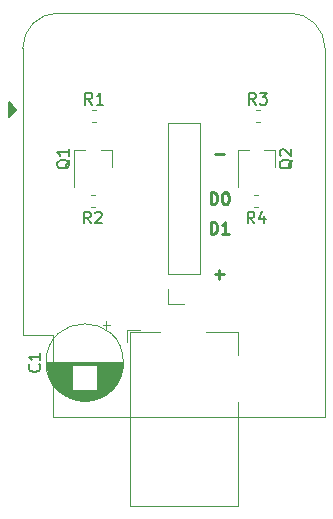
<source format=gto>
G04 #@! TF.GenerationSoftware,KiCad,Pcbnew,(5.0.0-rc2-dev-158-g52ab6216c)*
G04 #@! TF.CreationDate,2018-07-05T01:48:08+02:00*
G04 #@! TF.ProjectId,7seg-clock,377365672D636C6F636B2E6B69636164,rev?*
G04 #@! TF.SameCoordinates,Original*
G04 #@! TF.FileFunction,Legend,Top*
G04 #@! TF.FilePolarity,Positive*
%FSLAX46Y46*%
G04 Gerber Fmt 4.6, Leading zero omitted, Abs format (unit mm)*
G04 Created by KiCad (PCBNEW (5.0.0-rc2-dev-158-g52ab6216c)) date 07/05/18 01:48:08*
%MOMM*%
%LPD*%
G01*
G04 APERTURE LIST*
%ADD10C,0.250000*%
%ADD11C,0.120000*%
%ADD12C,0.150000*%
G04 APERTURE END LIST*
D10*
X144761904Y-114952380D02*
X144761904Y-113952380D01*
X145000000Y-113952380D01*
X145142857Y-114000000D01*
X145238095Y-114095238D01*
X145285714Y-114190476D01*
X145333333Y-114380952D01*
X145333333Y-114523809D01*
X145285714Y-114714285D01*
X145238095Y-114809523D01*
X145142857Y-114904761D01*
X145000000Y-114952380D01*
X144761904Y-114952380D01*
X146285714Y-114952380D02*
X145714285Y-114952380D01*
X146000000Y-114952380D02*
X146000000Y-113952380D01*
X145904761Y-114095238D01*
X145809523Y-114190476D01*
X145714285Y-114238095D01*
X144761904Y-112452380D02*
X144761904Y-111452380D01*
X145000000Y-111452380D01*
X145142857Y-111500000D01*
X145238095Y-111595238D01*
X145285714Y-111690476D01*
X145333333Y-111880952D01*
X145333333Y-112023809D01*
X145285714Y-112214285D01*
X145238095Y-112309523D01*
X145142857Y-112404761D01*
X145000000Y-112452380D01*
X144761904Y-112452380D01*
X145952380Y-111452380D02*
X146047619Y-111452380D01*
X146142857Y-111500000D01*
X146190476Y-111547619D01*
X146238095Y-111642857D01*
X146285714Y-111833333D01*
X146285714Y-112071428D01*
X146238095Y-112261904D01*
X146190476Y-112357142D01*
X146142857Y-112404761D01*
X146047619Y-112452380D01*
X145952380Y-112452380D01*
X145857142Y-112404761D01*
X145809523Y-112357142D01*
X145761904Y-112261904D01*
X145714285Y-112071428D01*
X145714285Y-111833333D01*
X145761904Y-111642857D01*
X145809523Y-111547619D01*
X145857142Y-111500000D01*
X145952380Y-111452380D01*
X145880952Y-108241428D02*
X145119047Y-108241428D01*
X145880952Y-118401428D02*
X145119047Y-118401428D01*
X145500000Y-118782380D02*
X145500000Y-118020476D01*
D11*
X150230000Y-107840000D02*
X149300000Y-107840000D01*
X147070000Y-107840000D02*
X148000000Y-107840000D01*
X147070000Y-107840000D02*
X147070000Y-111000000D01*
X150230000Y-107840000D02*
X150230000Y-109300000D01*
X148796267Y-112710000D02*
X148453733Y-112710000D01*
X148796267Y-111690000D02*
X148453733Y-111690000D01*
X148578733Y-105510000D02*
X148921267Y-105510000D01*
X148578733Y-104490000D02*
X148921267Y-104490000D01*
X137370000Y-125850000D02*
G75*
G03X137370000Y-125850000I-3270000J0D01*
G01*
X137330000Y-125850000D02*
X130870000Y-125850000D01*
X137330000Y-125890000D02*
X130870000Y-125890000D01*
X137330000Y-125930000D02*
X130870000Y-125930000D01*
X137328000Y-125970000D02*
X130872000Y-125970000D01*
X137327000Y-126010000D02*
X130873000Y-126010000D01*
X137324000Y-126050000D02*
X130876000Y-126050000D01*
X137322000Y-126090000D02*
X135140000Y-126090000D01*
X133060000Y-126090000D02*
X130878000Y-126090000D01*
X137318000Y-126130000D02*
X135140000Y-126130000D01*
X133060000Y-126130000D02*
X130882000Y-126130000D01*
X137315000Y-126170000D02*
X135140000Y-126170000D01*
X133060000Y-126170000D02*
X130885000Y-126170000D01*
X137311000Y-126210000D02*
X135140000Y-126210000D01*
X133060000Y-126210000D02*
X130889000Y-126210000D01*
X137306000Y-126250000D02*
X135140000Y-126250000D01*
X133060000Y-126250000D02*
X130894000Y-126250000D01*
X137301000Y-126290000D02*
X135140000Y-126290000D01*
X133060000Y-126290000D02*
X130899000Y-126290000D01*
X137295000Y-126330000D02*
X135140000Y-126330000D01*
X133060000Y-126330000D02*
X130905000Y-126330000D01*
X137289000Y-126370000D02*
X135140000Y-126370000D01*
X133060000Y-126370000D02*
X130911000Y-126370000D01*
X137282000Y-126410000D02*
X135140000Y-126410000D01*
X133060000Y-126410000D02*
X130918000Y-126410000D01*
X137275000Y-126450000D02*
X135140000Y-126450000D01*
X133060000Y-126450000D02*
X130925000Y-126450000D01*
X137267000Y-126490000D02*
X135140000Y-126490000D01*
X133060000Y-126490000D02*
X130933000Y-126490000D01*
X137259000Y-126530000D02*
X135140000Y-126530000D01*
X133060000Y-126530000D02*
X130941000Y-126530000D01*
X137250000Y-126571000D02*
X135140000Y-126571000D01*
X133060000Y-126571000D02*
X130950000Y-126571000D01*
X137241000Y-126611000D02*
X135140000Y-126611000D01*
X133060000Y-126611000D02*
X130959000Y-126611000D01*
X137231000Y-126651000D02*
X135140000Y-126651000D01*
X133060000Y-126651000D02*
X130969000Y-126651000D01*
X137221000Y-126691000D02*
X135140000Y-126691000D01*
X133060000Y-126691000D02*
X130979000Y-126691000D01*
X137210000Y-126731000D02*
X135140000Y-126731000D01*
X133060000Y-126731000D02*
X130990000Y-126731000D01*
X137198000Y-126771000D02*
X135140000Y-126771000D01*
X133060000Y-126771000D02*
X131002000Y-126771000D01*
X137186000Y-126811000D02*
X135140000Y-126811000D01*
X133060000Y-126811000D02*
X131014000Y-126811000D01*
X137174000Y-126851000D02*
X135140000Y-126851000D01*
X133060000Y-126851000D02*
X131026000Y-126851000D01*
X137161000Y-126891000D02*
X135140000Y-126891000D01*
X133060000Y-126891000D02*
X131039000Y-126891000D01*
X137147000Y-126931000D02*
X135140000Y-126931000D01*
X133060000Y-126931000D02*
X131053000Y-126931000D01*
X137133000Y-126971000D02*
X135140000Y-126971000D01*
X133060000Y-126971000D02*
X131067000Y-126971000D01*
X137118000Y-127011000D02*
X135140000Y-127011000D01*
X133060000Y-127011000D02*
X131082000Y-127011000D01*
X137102000Y-127051000D02*
X135140000Y-127051000D01*
X133060000Y-127051000D02*
X131098000Y-127051000D01*
X137086000Y-127091000D02*
X135140000Y-127091000D01*
X133060000Y-127091000D02*
X131114000Y-127091000D01*
X137070000Y-127131000D02*
X135140000Y-127131000D01*
X133060000Y-127131000D02*
X131130000Y-127131000D01*
X137052000Y-127171000D02*
X135140000Y-127171000D01*
X133060000Y-127171000D02*
X131148000Y-127171000D01*
X137034000Y-127211000D02*
X135140000Y-127211000D01*
X133060000Y-127211000D02*
X131166000Y-127211000D01*
X137016000Y-127251000D02*
X135140000Y-127251000D01*
X133060000Y-127251000D02*
X131184000Y-127251000D01*
X136996000Y-127291000D02*
X135140000Y-127291000D01*
X133060000Y-127291000D02*
X131204000Y-127291000D01*
X136976000Y-127331000D02*
X135140000Y-127331000D01*
X133060000Y-127331000D02*
X131224000Y-127331000D01*
X136956000Y-127371000D02*
X135140000Y-127371000D01*
X133060000Y-127371000D02*
X131244000Y-127371000D01*
X136934000Y-127411000D02*
X135140000Y-127411000D01*
X133060000Y-127411000D02*
X131266000Y-127411000D01*
X136912000Y-127451000D02*
X135140000Y-127451000D01*
X133060000Y-127451000D02*
X131288000Y-127451000D01*
X136890000Y-127491000D02*
X135140000Y-127491000D01*
X133060000Y-127491000D02*
X131310000Y-127491000D01*
X136866000Y-127531000D02*
X135140000Y-127531000D01*
X133060000Y-127531000D02*
X131334000Y-127531000D01*
X136842000Y-127571000D02*
X135140000Y-127571000D01*
X133060000Y-127571000D02*
X131358000Y-127571000D01*
X136816000Y-127611000D02*
X135140000Y-127611000D01*
X133060000Y-127611000D02*
X131384000Y-127611000D01*
X136790000Y-127651000D02*
X135140000Y-127651000D01*
X133060000Y-127651000D02*
X131410000Y-127651000D01*
X136764000Y-127691000D02*
X135140000Y-127691000D01*
X133060000Y-127691000D02*
X131436000Y-127691000D01*
X136736000Y-127731000D02*
X135140000Y-127731000D01*
X133060000Y-127731000D02*
X131464000Y-127731000D01*
X136707000Y-127771000D02*
X135140000Y-127771000D01*
X133060000Y-127771000D02*
X131493000Y-127771000D01*
X136678000Y-127811000D02*
X135140000Y-127811000D01*
X133060000Y-127811000D02*
X131522000Y-127811000D01*
X136648000Y-127851000D02*
X135140000Y-127851000D01*
X133060000Y-127851000D02*
X131552000Y-127851000D01*
X136616000Y-127891000D02*
X135140000Y-127891000D01*
X133060000Y-127891000D02*
X131584000Y-127891000D01*
X136584000Y-127931000D02*
X135140000Y-127931000D01*
X133060000Y-127931000D02*
X131616000Y-127931000D01*
X136550000Y-127971000D02*
X135140000Y-127971000D01*
X133060000Y-127971000D02*
X131650000Y-127971000D01*
X136516000Y-128011000D02*
X135140000Y-128011000D01*
X133060000Y-128011000D02*
X131684000Y-128011000D01*
X136480000Y-128051000D02*
X135140000Y-128051000D01*
X133060000Y-128051000D02*
X131720000Y-128051000D01*
X136443000Y-128091000D02*
X135140000Y-128091000D01*
X133060000Y-128091000D02*
X131757000Y-128091000D01*
X136405000Y-128131000D02*
X135140000Y-128131000D01*
X133060000Y-128131000D02*
X131795000Y-128131000D01*
X136365000Y-128171000D02*
X131835000Y-128171000D01*
X136324000Y-128211000D02*
X131876000Y-128211000D01*
X136282000Y-128251000D02*
X131918000Y-128251000D01*
X136237000Y-128291000D02*
X131963000Y-128291000D01*
X136192000Y-128331000D02*
X132008000Y-128331000D01*
X136144000Y-128371000D02*
X132056000Y-128371000D01*
X136095000Y-128411000D02*
X132105000Y-128411000D01*
X136044000Y-128451000D02*
X132156000Y-128451000D01*
X135990000Y-128491000D02*
X132210000Y-128491000D01*
X135934000Y-128531000D02*
X132266000Y-128531000D01*
X135876000Y-128571000D02*
X132324000Y-128571000D01*
X135814000Y-128611000D02*
X132386000Y-128611000D01*
X135750000Y-128651000D02*
X132450000Y-128651000D01*
X135681000Y-128691000D02*
X132519000Y-128691000D01*
X135609000Y-128731000D02*
X132591000Y-128731000D01*
X135532000Y-128771000D02*
X132668000Y-128771000D01*
X135450000Y-128811000D02*
X132750000Y-128811000D01*
X135362000Y-128851000D02*
X132838000Y-128851000D01*
X135265000Y-128891000D02*
X132935000Y-128891000D01*
X135159000Y-128931000D02*
X133041000Y-128931000D01*
X135040000Y-128971000D02*
X133160000Y-128971000D01*
X134902000Y-129011000D02*
X133298000Y-129011000D01*
X134733000Y-129051000D02*
X133467000Y-129051000D01*
X134502000Y-129091000D02*
X133698000Y-129091000D01*
X135939000Y-122349759D02*
X135939000Y-122979759D01*
X136254000Y-122664759D02*
X135624000Y-122664759D01*
X138750000Y-123100000D02*
X137700000Y-123100000D01*
X137700000Y-124150000D02*
X137700000Y-123100000D01*
X147100000Y-129200000D02*
X147100000Y-138000000D01*
X147100000Y-138000000D02*
X137900000Y-138000000D01*
X144400000Y-123300000D02*
X147100000Y-123300000D01*
X147100000Y-123300000D02*
X147100000Y-125200000D01*
X137900000Y-138000000D02*
X137900000Y-123300000D01*
X137900000Y-123300000D02*
X140500000Y-123300000D01*
X143830000Y-118330000D02*
X141170000Y-118330000D01*
X143830000Y-118330000D02*
X143830000Y-105570000D01*
X143830000Y-105570000D02*
X141170000Y-105570000D01*
X141170000Y-118330000D02*
X141170000Y-105570000D01*
X141170000Y-120930000D02*
X141170000Y-119600000D01*
X142500000Y-120930000D02*
X141170000Y-120930000D01*
X136380000Y-107840000D02*
X136380000Y-109300000D01*
X133220000Y-107840000D02*
X133220000Y-111000000D01*
X133220000Y-107840000D02*
X134150000Y-107840000D01*
X136380000Y-107840000D02*
X135450000Y-107840000D01*
X134728733Y-104490000D02*
X135071267Y-104490000D01*
X134728733Y-105510000D02*
X135071267Y-105510000D01*
X134946267Y-111690000D02*
X134603733Y-111690000D01*
X134946267Y-112710000D02*
X134603733Y-112710000D01*
X131385001Y-130460001D02*
X131385001Y-123560001D01*
X131385001Y-130460001D02*
X154445001Y-130460001D01*
X128845001Y-123560001D02*
X128845001Y-99260001D01*
X151445001Y-96260001D02*
G75*
G02X154445001Y-99260001I0J-3000000D01*
G01*
X154445001Y-130450001D02*
X154445001Y-99250001D01*
X131845001Y-96260001D02*
G75*
G03X128845001Y-99260001I0J-3000000D01*
G01*
X151445001Y-96260001D02*
X131845001Y-96260001D01*
X131385001Y-123560001D02*
X128845001Y-123560001D01*
D12*
G36*
X127675001Y-103835001D02*
X127675001Y-105105001D01*
X128310001Y-104470001D01*
X127675001Y-103835001D01*
G37*
X127675001Y-103835001D02*
X127675001Y-105105001D01*
X128310001Y-104470001D01*
X127675001Y-103835001D01*
X151697619Y-108695238D02*
X151650000Y-108790476D01*
X151554761Y-108885714D01*
X151411904Y-109028571D01*
X151364285Y-109123809D01*
X151364285Y-109219047D01*
X151602380Y-109171428D02*
X151554761Y-109266666D01*
X151459523Y-109361904D01*
X151269047Y-109409523D01*
X150935714Y-109409523D01*
X150745238Y-109361904D01*
X150650000Y-109266666D01*
X150602380Y-109171428D01*
X150602380Y-108980952D01*
X150650000Y-108885714D01*
X150745238Y-108790476D01*
X150935714Y-108742857D01*
X151269047Y-108742857D01*
X151459523Y-108790476D01*
X151554761Y-108885714D01*
X151602380Y-108980952D01*
X151602380Y-109171428D01*
X150697619Y-108361904D02*
X150650000Y-108314285D01*
X150602380Y-108219047D01*
X150602380Y-107980952D01*
X150650000Y-107885714D01*
X150697619Y-107838095D01*
X150792857Y-107790476D01*
X150888095Y-107790476D01*
X151030952Y-107838095D01*
X151602380Y-108409523D01*
X151602380Y-107790476D01*
X148458333Y-114082380D02*
X148125000Y-113606190D01*
X147886904Y-114082380D02*
X147886904Y-113082380D01*
X148267857Y-113082380D01*
X148363095Y-113130000D01*
X148410714Y-113177619D01*
X148458333Y-113272857D01*
X148458333Y-113415714D01*
X148410714Y-113510952D01*
X148363095Y-113558571D01*
X148267857Y-113606190D01*
X147886904Y-113606190D01*
X149315476Y-113415714D02*
X149315476Y-114082380D01*
X149077380Y-113034761D02*
X148839285Y-113749047D01*
X149458333Y-113749047D01*
X148583333Y-104022380D02*
X148250000Y-103546190D01*
X148011904Y-104022380D02*
X148011904Y-103022380D01*
X148392857Y-103022380D01*
X148488095Y-103070000D01*
X148535714Y-103117619D01*
X148583333Y-103212857D01*
X148583333Y-103355714D01*
X148535714Y-103450952D01*
X148488095Y-103498571D01*
X148392857Y-103546190D01*
X148011904Y-103546190D01*
X148916666Y-103022380D02*
X149535714Y-103022380D01*
X149202380Y-103403333D01*
X149345238Y-103403333D01*
X149440476Y-103450952D01*
X149488095Y-103498571D01*
X149535714Y-103593809D01*
X149535714Y-103831904D01*
X149488095Y-103927142D01*
X149440476Y-103974761D01*
X149345238Y-104022380D01*
X149059523Y-104022380D01*
X148964285Y-103974761D01*
X148916666Y-103927142D01*
X130257142Y-126016666D02*
X130304761Y-126064285D01*
X130352380Y-126207142D01*
X130352380Y-126302380D01*
X130304761Y-126445238D01*
X130209523Y-126540476D01*
X130114285Y-126588095D01*
X129923809Y-126635714D01*
X129780952Y-126635714D01*
X129590476Y-126588095D01*
X129495238Y-126540476D01*
X129400000Y-126445238D01*
X129352380Y-126302380D01*
X129352380Y-126207142D01*
X129400000Y-126064285D01*
X129447619Y-126016666D01*
X130352380Y-125064285D02*
X130352380Y-125635714D01*
X130352380Y-125350000D02*
X129352380Y-125350000D01*
X129495238Y-125445238D01*
X129590476Y-125540476D01*
X129638095Y-125635714D01*
X132847619Y-108695238D02*
X132800000Y-108790476D01*
X132704761Y-108885714D01*
X132561904Y-109028571D01*
X132514285Y-109123809D01*
X132514285Y-109219047D01*
X132752380Y-109171428D02*
X132704761Y-109266666D01*
X132609523Y-109361904D01*
X132419047Y-109409523D01*
X132085714Y-109409523D01*
X131895238Y-109361904D01*
X131800000Y-109266666D01*
X131752380Y-109171428D01*
X131752380Y-108980952D01*
X131800000Y-108885714D01*
X131895238Y-108790476D01*
X132085714Y-108742857D01*
X132419047Y-108742857D01*
X132609523Y-108790476D01*
X132704761Y-108885714D01*
X132752380Y-108980952D01*
X132752380Y-109171428D01*
X132752380Y-107790476D02*
X132752380Y-108361904D01*
X132752380Y-108076190D02*
X131752380Y-108076190D01*
X131895238Y-108171428D01*
X131990476Y-108266666D01*
X132038095Y-108361904D01*
X134733333Y-104022380D02*
X134400000Y-103546190D01*
X134161904Y-104022380D02*
X134161904Y-103022380D01*
X134542857Y-103022380D01*
X134638095Y-103070000D01*
X134685714Y-103117619D01*
X134733333Y-103212857D01*
X134733333Y-103355714D01*
X134685714Y-103450952D01*
X134638095Y-103498571D01*
X134542857Y-103546190D01*
X134161904Y-103546190D01*
X135685714Y-104022380D02*
X135114285Y-104022380D01*
X135400000Y-104022380D02*
X135400000Y-103022380D01*
X135304761Y-103165238D01*
X135209523Y-103260476D01*
X135114285Y-103308095D01*
X134608333Y-114082380D02*
X134275000Y-113606190D01*
X134036904Y-114082380D02*
X134036904Y-113082380D01*
X134417857Y-113082380D01*
X134513095Y-113130000D01*
X134560714Y-113177619D01*
X134608333Y-113272857D01*
X134608333Y-113415714D01*
X134560714Y-113510952D01*
X134513095Y-113558571D01*
X134417857Y-113606190D01*
X134036904Y-113606190D01*
X134989285Y-113177619D02*
X135036904Y-113130000D01*
X135132142Y-113082380D01*
X135370238Y-113082380D01*
X135465476Y-113130000D01*
X135513095Y-113177619D01*
X135560714Y-113272857D01*
X135560714Y-113368095D01*
X135513095Y-113510952D01*
X134941666Y-114082380D01*
X135560714Y-114082380D01*
M02*

</source>
